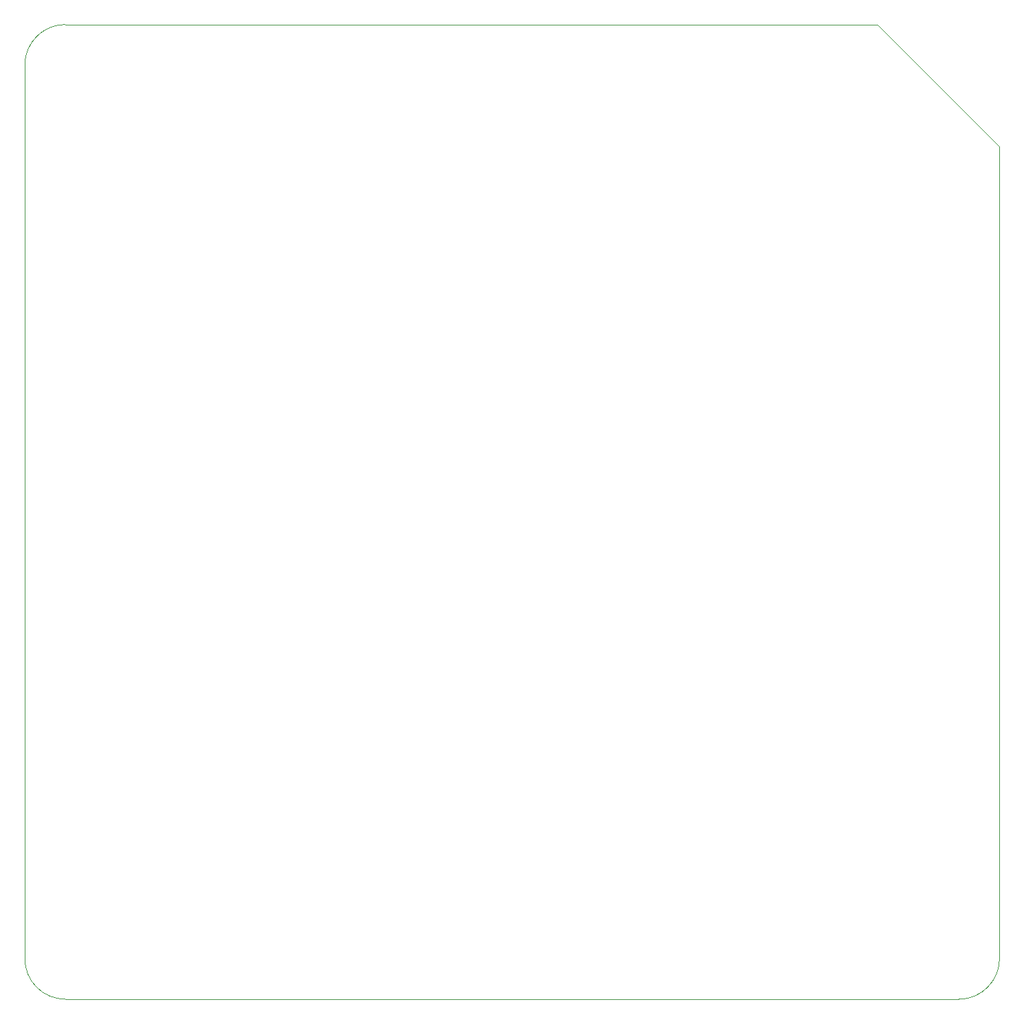
<source format=gbr>
G04 PCB Fabrication Data in Gerber  Example 1, created by Karel Tavernier, Filip Vermeire and Thomas Weyn*
G04 Ucamco copyright*
%TF.GenerationSoftware,Ucamco,UcamX,1.1.0-140320*%
%TF.CreationDate,2014-06-18T00:00;00+01:00*%
%FSLAX35Y35*%
%MOMM*%
%TF.FileFunction,Profile,NP*%
%TF.FilePolarity,Positive*%
%TF.Part,Single*%
%TF.SameCoordinates,f8d53b1f8c81977d8c3d0dffcc4c4bd6e6770c0f*%
%TA.AperFunction,Profile*%
%ADD10C,0.10000*%
%SRX1Y1I0.00000J0.00000*%
G01*
G75*
%LPD*%
D10*
X11500000Y0D02*
G3X12000000Y500000I0J500000D01*
G1Y10500000D01*
X10500000Y12000000D01*
X500000D01*
G3X0Y11500000I0J-500000D01*
G1Y500000D01*
G3X500000Y0I500000J0D01*
G1X11500000D01*
M02*
</source>
